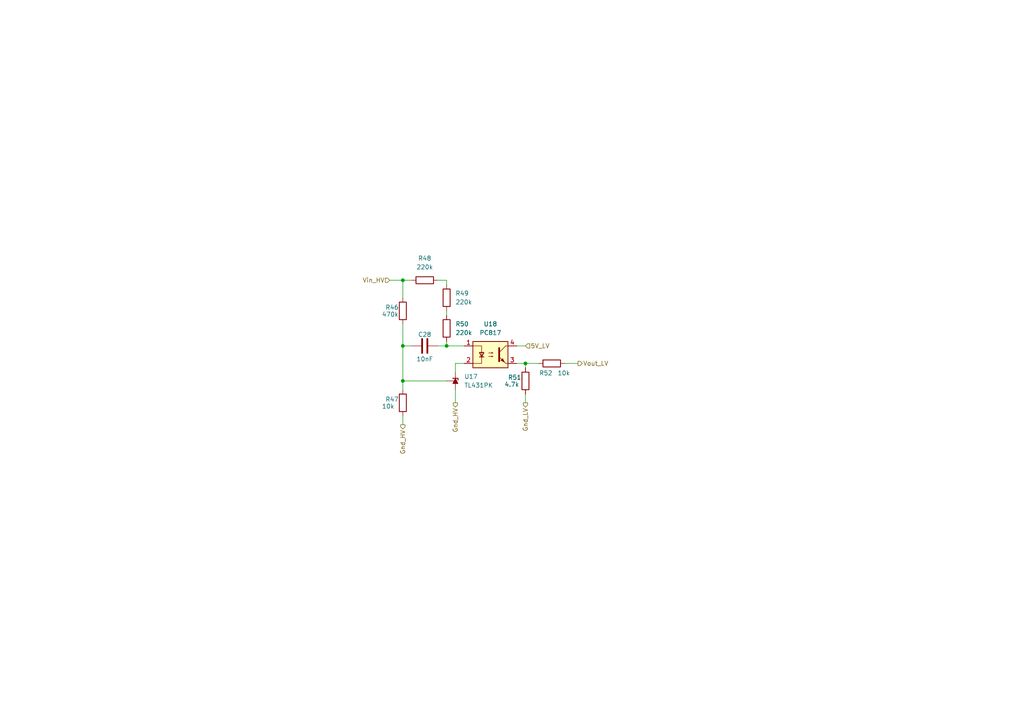
<source format=kicad_sch>
(kicad_sch
	(version 20250114)
	(generator "eeschema")
	(generator_version "9.0")
	(uuid "b872caaf-c7bd-4f46-ae73-4aede7a3767c")
	(paper "A4")
	(lib_symbols
		(symbol "Device:C"
			(pin_numbers
				(hide yes)
			)
			(pin_names
				(offset 0.254)
			)
			(exclude_from_sim no)
			(in_bom yes)
			(on_board yes)
			(property "Reference" "C"
				(at 0.635 2.54 0)
				(effects
					(font
						(size 1.27 1.27)
					)
					(justify left)
				)
			)
			(property "Value" "C"
				(at 0.635 -2.54 0)
				(effects
					(font
						(size 1.27 1.27)
					)
					(justify left)
				)
			)
			(property "Footprint" ""
				(at 0.9652 -3.81 0)
				(effects
					(font
						(size 1.27 1.27)
					)
					(hide yes)
				)
			)
			(property "Datasheet" "~"
				(at 0 0 0)
				(effects
					(font
						(size 1.27 1.27)
					)
					(hide yes)
				)
			)
			(property "Description" "Unpolarized capacitor"
				(at 0 0 0)
				(effects
					(font
						(size 1.27 1.27)
					)
					(hide yes)
				)
			)
			(property "ki_keywords" "cap capacitor"
				(at 0 0 0)
				(effects
					(font
						(size 1.27 1.27)
					)
					(hide yes)
				)
			)
			(property "ki_fp_filters" "C_*"
				(at 0 0 0)
				(effects
					(font
						(size 1.27 1.27)
					)
					(hide yes)
				)
			)
			(symbol "C_0_1"
				(polyline
					(pts
						(xy -2.032 0.762) (xy 2.032 0.762)
					)
					(stroke
						(width 0.508)
						(type default)
					)
					(fill
						(type none)
					)
				)
				(polyline
					(pts
						(xy -2.032 -0.762) (xy 2.032 -0.762)
					)
					(stroke
						(width 0.508)
						(type default)
					)
					(fill
						(type none)
					)
				)
			)
			(symbol "C_1_1"
				(pin passive line
					(at 0 3.81 270)
					(length 2.794)
					(name "~"
						(effects
							(font
								(size 1.27 1.27)
							)
						)
					)
					(number "1"
						(effects
							(font
								(size 1.27 1.27)
							)
						)
					)
				)
				(pin passive line
					(at 0 -3.81 90)
					(length 2.794)
					(name "~"
						(effects
							(font
								(size 1.27 1.27)
							)
						)
					)
					(number "2"
						(effects
							(font
								(size 1.27 1.27)
							)
						)
					)
				)
			)
			(embedded_fonts no)
		)
		(symbol "Device:R"
			(pin_numbers
				(hide yes)
			)
			(pin_names
				(offset 0)
			)
			(exclude_from_sim no)
			(in_bom yes)
			(on_board yes)
			(property "Reference" "R"
				(at 2.032 0 90)
				(effects
					(font
						(size 1.27 1.27)
					)
				)
			)
			(property "Value" "R"
				(at 0 0 90)
				(effects
					(font
						(size 1.27 1.27)
					)
				)
			)
			(property "Footprint" ""
				(at -1.778 0 90)
				(effects
					(font
						(size 1.27 1.27)
					)
					(hide yes)
				)
			)
			(property "Datasheet" "~"
				(at 0 0 0)
				(effects
					(font
						(size 1.27 1.27)
					)
					(hide yes)
				)
			)
			(property "Description" "Resistor"
				(at 0 0 0)
				(effects
					(font
						(size 1.27 1.27)
					)
					(hide yes)
				)
			)
			(property "ki_keywords" "R res resistor"
				(at 0 0 0)
				(effects
					(font
						(size 1.27 1.27)
					)
					(hide yes)
				)
			)
			(property "ki_fp_filters" "R_*"
				(at 0 0 0)
				(effects
					(font
						(size 1.27 1.27)
					)
					(hide yes)
				)
			)
			(symbol "R_0_1"
				(rectangle
					(start -1.016 -2.54)
					(end 1.016 2.54)
					(stroke
						(width 0.254)
						(type default)
					)
					(fill
						(type none)
					)
				)
			)
			(symbol "R_1_1"
				(pin passive line
					(at 0 3.81 270)
					(length 1.27)
					(name "~"
						(effects
							(font
								(size 1.27 1.27)
							)
						)
					)
					(number "1"
						(effects
							(font
								(size 1.27 1.27)
							)
						)
					)
				)
				(pin passive line
					(at 0 -3.81 90)
					(length 1.27)
					(name "~"
						(effects
							(font
								(size 1.27 1.27)
							)
						)
					)
					(number "2"
						(effects
							(font
								(size 1.27 1.27)
							)
						)
					)
				)
			)
			(embedded_fonts no)
		)
		(symbol "Isolator:PC817"
			(pin_names
				(offset 1.016)
			)
			(exclude_from_sim no)
			(in_bom yes)
			(on_board yes)
			(property "Reference" "U"
				(at -5.08 5.08 0)
				(effects
					(font
						(size 1.27 1.27)
					)
					(justify left)
				)
			)
			(property "Value" "PC817"
				(at 0 5.08 0)
				(effects
					(font
						(size 1.27 1.27)
					)
					(justify left)
				)
			)
			(property "Footprint" "Package_DIP:DIP-4_W7.62mm"
				(at -5.08 -5.08 0)
				(effects
					(font
						(size 1.27 1.27)
						(italic yes)
					)
					(justify left)
					(hide yes)
				)
			)
			(property "Datasheet" "http://www.soselectronic.cz/a_info/resource/d/pc817.pdf"
				(at 0 0 0)
				(effects
					(font
						(size 1.27 1.27)
					)
					(justify left)
					(hide yes)
				)
			)
			(property "Description" "DC Optocoupler, Vce 35V, CTR 50-300%, DIP-4"
				(at 0 0 0)
				(effects
					(font
						(size 1.27 1.27)
					)
					(hide yes)
				)
			)
			(property "ki_keywords" "NPN DC Optocoupler"
				(at 0 0 0)
				(effects
					(font
						(size 1.27 1.27)
					)
					(hide yes)
				)
			)
			(property "ki_fp_filters" "DIP*W7.62mm*"
				(at 0 0 0)
				(effects
					(font
						(size 1.27 1.27)
					)
					(hide yes)
				)
			)
			(symbol "PC817_0_1"
				(rectangle
					(start -5.08 3.81)
					(end 5.08 -3.81)
					(stroke
						(width 0.254)
						(type default)
					)
					(fill
						(type background)
					)
				)
				(polyline
					(pts
						(xy -5.08 2.54) (xy -2.54 2.54) (xy -2.54 -0.635)
					)
					(stroke
						(width 0)
						(type default)
					)
					(fill
						(type none)
					)
				)
				(polyline
					(pts
						(xy -3.175 -0.635) (xy -1.905 -0.635)
					)
					(stroke
						(width 0.254)
						(type default)
					)
					(fill
						(type none)
					)
				)
				(polyline
					(pts
						(xy -2.54 -0.635) (xy -2.54 -2.54) (xy -5.08 -2.54)
					)
					(stroke
						(width 0)
						(type default)
					)
					(fill
						(type none)
					)
				)
				(polyline
					(pts
						(xy -2.54 -0.635) (xy -3.175 0.635) (xy -1.905 0.635) (xy -2.54 -0.635)
					)
					(stroke
						(width 0.254)
						(type default)
					)
					(fill
						(type none)
					)
				)
				(polyline
					(pts
						(xy -0.508 0.508) (xy 0.762 0.508) (xy 0.381 0.381) (xy 0.381 0.635) (xy 0.762 0.508)
					)
					(stroke
						(width 0)
						(type default)
					)
					(fill
						(type none)
					)
				)
				(polyline
					(pts
						(xy -0.508 -0.508) (xy 0.762 -0.508) (xy 0.381 -0.635) (xy 0.381 -0.381) (xy 0.762 -0.508)
					)
					(stroke
						(width 0)
						(type default)
					)
					(fill
						(type none)
					)
				)
				(polyline
					(pts
						(xy 2.54 1.905) (xy 2.54 -1.905)
					)
					(stroke
						(width 0.508)
						(type default)
					)
					(fill
						(type none)
					)
				)
				(polyline
					(pts
						(xy 2.54 0.635) (xy 4.445 2.54)
					)
					(stroke
						(width 0)
						(type default)
					)
					(fill
						(type none)
					)
				)
				(polyline
					(pts
						(xy 3.048 -1.651) (xy 3.556 -1.143) (xy 4.064 -2.159) (xy 3.048 -1.651)
					)
					(stroke
						(width 0)
						(type default)
					)
					(fill
						(type outline)
					)
				)
				(polyline
					(pts
						(xy 4.445 2.54) (xy 5.08 2.54)
					)
					(stroke
						(width 0)
						(type default)
					)
					(fill
						(type none)
					)
				)
				(polyline
					(pts
						(xy 4.445 -2.54) (xy 2.54 -0.635)
					)
					(stroke
						(width 0)
						(type default)
					)
					(fill
						(type outline)
					)
				)
				(polyline
					(pts
						(xy 4.445 -2.54) (xy 5.08 -2.54)
					)
					(stroke
						(width 0)
						(type default)
					)
					(fill
						(type none)
					)
				)
			)
			(symbol "PC817_1_1"
				(pin passive line
					(at -7.62 2.54 0)
					(length 2.54)
					(name "~"
						(effects
							(font
								(size 1.27 1.27)
							)
						)
					)
					(number "1"
						(effects
							(font
								(size 1.27 1.27)
							)
						)
					)
				)
				(pin passive line
					(at -7.62 -2.54 0)
					(length 2.54)
					(name "~"
						(effects
							(font
								(size 1.27 1.27)
							)
						)
					)
					(number "2"
						(effects
							(font
								(size 1.27 1.27)
							)
						)
					)
				)
				(pin passive line
					(at 7.62 2.54 180)
					(length 2.54)
					(name "~"
						(effects
							(font
								(size 1.27 1.27)
							)
						)
					)
					(number "4"
						(effects
							(font
								(size 1.27 1.27)
							)
						)
					)
				)
				(pin passive line
					(at 7.62 -2.54 180)
					(length 2.54)
					(name "~"
						(effects
							(font
								(size 1.27 1.27)
							)
						)
					)
					(number "3"
						(effects
							(font
								(size 1.27 1.27)
							)
						)
					)
				)
			)
			(embedded_fonts no)
		)
		(symbol "Reference_Voltage:TL431PK"
			(pin_numbers
				(hide yes)
			)
			(pin_names
				(hide yes)
			)
			(exclude_from_sim no)
			(in_bom yes)
			(on_board yes)
			(property "Reference" "U"
				(at -2.54 2.54 0)
				(effects
					(font
						(size 1.27 1.27)
					)
				)
			)
			(property "Value" "TL431PK"
				(at 0 -2.54 0)
				(effects
					(font
						(size 1.27 1.27)
					)
				)
			)
			(property "Footprint" "Package_TO_SOT_SMD:SOT-89-3"
				(at 0 -4.318 0)
				(effects
					(font
						(size 1.27 1.27)
						(italic yes)
					)
					(hide yes)
				)
			)
			(property "Datasheet" "http://www.ti.com/lit/ds/symlink/tl431.pdf"
				(at 1.27 -7.874 0)
				(effects
					(font
						(size 1.27 1.27)
						(italic yes)
					)
					(hide yes)
				)
			)
			(property "Description" "Shunt Regulator, SOT-89"
				(at 0 -6.096 0)
				(effects
					(font
						(size 1.27 1.27)
					)
					(hide yes)
				)
			)
			(property "ki_keywords" "diode device shunt regulator"
				(at 0 0 0)
				(effects
					(font
						(size 1.27 1.27)
					)
					(hide yes)
				)
			)
			(property "ki_fp_filters" "SOT*89*"
				(at 0 0 0)
				(effects
					(font
						(size 1.27 1.27)
					)
					(hide yes)
				)
			)
			(symbol "TL431PK_0_1"
				(polyline
					(pts
						(xy -1.27 0) (xy 0 0) (xy 1.27 0)
					)
					(stroke
						(width 0)
						(type default)
					)
					(fill
						(type none)
					)
				)
				(polyline
					(pts
						(xy -0.762 -0.762) (xy -0.762 0.762) (xy 0.762 0) (xy -0.762 -0.762)
					)
					(stroke
						(width 0)
						(type default)
					)
					(fill
						(type outline)
					)
				)
				(polyline
					(pts
						(xy 0.254 -0.762) (xy 0.762 -0.762) (xy 0.762 0.762) (xy 0.762 0.762)
					)
					(stroke
						(width 0.254)
						(type default)
					)
					(fill
						(type none)
					)
				)
			)
			(symbol "TL431PK_1_1"
				(pin passive line
					(at -2.54 0 0)
					(length 1.27)
					(name "A"
						(effects
							(font
								(size 1.27 1.27)
							)
						)
					)
					(number "2"
						(effects
							(font
								(size 1.27 1.27)
							)
						)
					)
				)
				(pin passive line
					(at 0 2.54 270)
					(length 2.54)
					(name "REF"
						(effects
							(font
								(size 1.27 1.27)
							)
						)
					)
					(number "1"
						(effects
							(font
								(size 1.27 1.27)
							)
						)
					)
				)
				(pin passive line
					(at 2.54 0 180)
					(length 1.27)
					(name "K"
						(effects
							(font
								(size 1.27 1.27)
							)
						)
					)
					(number "3"
						(effects
							(font
								(size 1.27 1.27)
							)
						)
					)
				)
			)
			(embedded_fonts no)
		)
	)
	(junction
		(at 116.84 110.49)
		(diameter 0)
		(color 0 0 0 0)
		(uuid "3f28cd4c-0011-4b9b-a566-1c0c47c3ea1f")
	)
	(junction
		(at 116.84 100.33)
		(diameter 0)
		(color 0 0 0 0)
		(uuid "6e052579-3b97-4b77-9f3f-dca0c382a6ad")
	)
	(junction
		(at 152.4 105.41)
		(diameter 0)
		(color 0 0 0 0)
		(uuid "7657fbd3-b52a-400e-8278-384a03306fe1")
	)
	(junction
		(at 116.84 81.28)
		(diameter 0)
		(color 0 0 0 0)
		(uuid "9543de8d-8289-4a9a-b5f0-91a6644b6564")
	)
	(junction
		(at 129.54 100.33)
		(diameter 0)
		(color 0 0 0 0)
		(uuid "cf472d4c-0dba-4f5d-ad26-f3bef174066a")
	)
	(wire
		(pts
			(xy 116.84 120.65) (xy 116.84 123.19)
		)
		(stroke
			(width 0)
			(type default)
		)
		(uuid "075e33f7-de5e-44b2-a3aa-ae73d6f4205b")
	)
	(wire
		(pts
			(xy 132.08 113.03) (xy 132.08 116.84)
		)
		(stroke
			(width 0)
			(type default)
		)
		(uuid "234fd7c6-89eb-4a00-a356-f142bc796388")
	)
	(wire
		(pts
			(xy 149.86 105.41) (xy 152.4 105.41)
		)
		(stroke
			(width 0)
			(type default)
		)
		(uuid "273861bf-d6a2-4889-a7a4-cab612b0823c")
	)
	(wire
		(pts
			(xy 127 81.28) (xy 129.54 81.28)
		)
		(stroke
			(width 0)
			(type default)
		)
		(uuid "2d584a60-c68d-40ff-ac39-4429c5756f03")
	)
	(wire
		(pts
			(xy 116.84 100.33) (xy 119.38 100.33)
		)
		(stroke
			(width 0)
			(type default)
		)
		(uuid "330b15e3-97a9-4351-8207-433eb57b32d8")
	)
	(wire
		(pts
			(xy 116.84 81.28) (xy 119.38 81.28)
		)
		(stroke
			(width 0)
			(type default)
		)
		(uuid "3839ee7d-3b69-4e2d-a274-090a0b7e7401")
	)
	(wire
		(pts
			(xy 134.62 105.41) (xy 132.08 105.41)
		)
		(stroke
			(width 0)
			(type default)
		)
		(uuid "46aa721d-40b1-4e69-ba29-0bfd2a7e9d1e")
	)
	(wire
		(pts
			(xy 129.54 90.17) (xy 129.54 91.44)
		)
		(stroke
			(width 0)
			(type default)
		)
		(uuid "484b1feb-63e9-4513-bd62-78c045797a37")
	)
	(wire
		(pts
			(xy 116.84 100.33) (xy 116.84 110.49)
		)
		(stroke
			(width 0)
			(type default)
		)
		(uuid "4ce9910b-7195-4521-b821-f60c47408863")
	)
	(wire
		(pts
			(xy 127 100.33) (xy 129.54 100.33)
		)
		(stroke
			(width 0)
			(type default)
		)
		(uuid "6716bfa0-700c-47e3-9a27-73d89fd20580")
	)
	(wire
		(pts
			(xy 116.84 110.49) (xy 116.84 113.03)
		)
		(stroke
			(width 0)
			(type default)
		)
		(uuid "6fa50a75-def0-4cfa-a020-6f64f06111a1")
	)
	(wire
		(pts
			(xy 116.84 81.28) (xy 116.84 86.36)
		)
		(stroke
			(width 0)
			(type default)
		)
		(uuid "98d2ceb2-9429-4956-b715-9bf20b071e7d")
	)
	(wire
		(pts
			(xy 116.84 110.49) (xy 129.54 110.49)
		)
		(stroke
			(width 0)
			(type default)
		)
		(uuid "992d29b3-a7c7-42b2-b25e-1418de765f2e")
	)
	(wire
		(pts
			(xy 129.54 81.28) (xy 129.54 82.55)
		)
		(stroke
			(width 0)
			(type default)
		)
		(uuid "9e3216fd-bdb5-401e-b89d-1f025270b654")
	)
	(wire
		(pts
			(xy 129.54 100.33) (xy 134.62 100.33)
		)
		(stroke
			(width 0)
			(type default)
		)
		(uuid "a19e08ca-ba1d-4866-b5fb-1931b1ebf246")
	)
	(wire
		(pts
			(xy 116.84 93.98) (xy 116.84 100.33)
		)
		(stroke
			(width 0)
			(type default)
		)
		(uuid "aa46fc54-3e18-42bb-8b1b-a120ce3612a0")
	)
	(wire
		(pts
			(xy 152.4 114.3) (xy 152.4 116.84)
		)
		(stroke
			(width 0)
			(type default)
		)
		(uuid "b2d00060-030c-4f92-822a-3be6420e226d")
	)
	(wire
		(pts
			(xy 113.03 81.28) (xy 116.84 81.28)
		)
		(stroke
			(width 0)
			(type default)
		)
		(uuid "b9de803d-f0dd-4e78-afc1-419052ce8bb3")
	)
	(wire
		(pts
			(xy 132.08 105.41) (xy 132.08 107.95)
		)
		(stroke
			(width 0)
			(type default)
		)
		(uuid "cd059564-8217-4c4a-8cd6-2ff6d73c0c05")
	)
	(wire
		(pts
			(xy 129.54 99.06) (xy 129.54 100.33)
		)
		(stroke
			(width 0)
			(type default)
		)
		(uuid "d7121a3e-6cff-4e3e-9dcc-442e29b44915")
	)
	(wire
		(pts
			(xy 149.86 100.33) (xy 152.4 100.33)
		)
		(stroke
			(width 0)
			(type default)
		)
		(uuid "e113450e-8d8c-4b02-81b8-4d7fd739f9f4")
	)
	(wire
		(pts
			(xy 152.4 105.41) (xy 156.21 105.41)
		)
		(stroke
			(width 0)
			(type default)
		)
		(uuid "e8a86c3c-5311-4188-b0d2-6c435dd59dfc")
	)
	(wire
		(pts
			(xy 152.4 105.41) (xy 152.4 106.68)
		)
		(stroke
			(width 0)
			(type default)
		)
		(uuid "f4208dd6-37bf-4d39-ac07-fd3adba09f23")
	)
	(wire
		(pts
			(xy 163.83 105.41) (xy 167.64 105.41)
		)
		(stroke
			(width 0)
			(type default)
		)
		(uuid "fd9acebd-7b44-42ff-a7da-6eeaf199f657")
	)
	(hierarchical_label "Gnd_HV"
		(shape output)
		(at 116.84 123.19 270)
		(effects
			(font
				(size 1.27 1.27)
			)
			(justify right)
		)
		(uuid "592ead58-c492-4df1-ab3a-65c36151a261")
	)
	(hierarchical_label "Vin_HV"
		(shape input)
		(at 113.03 81.28 180)
		(effects
			(font
				(size 1.27 1.27)
			)
			(justify right)
		)
		(uuid "59b33ead-3ef4-4431-9725-d25ee4fd5476")
	)
	(hierarchical_label "5V_LV"
		(shape input)
		(at 152.4 100.33 0)
		(effects
			(font
				(size 1.27 1.27)
			)
			(justify left)
		)
		(uuid "8114a920-c424-406a-842e-202d339a867c")
	)
	(hierarchical_label "Gnd_LV"
		(shape output)
		(at 152.4 116.84 270)
		(effects
			(font
				(size 1.27 1.27)
			)
			(justify right)
		)
		(uuid "92790d58-31e8-4050-9476-16d975d769a2")
	)
	(hierarchical_label "Vout_LV"
		(shape output)
		(at 167.64 105.41 0)
		(effects
			(font
				(size 1.27 1.27)
			)
			(justify left)
		)
		(uuid "c664fe01-a278-4cc9-af06-f1e68ee5cb24")
	)
	(hierarchical_label "Gnd_HV"
		(shape output)
		(at 132.08 116.84 270)
		(effects
			(font
				(size 1.27 1.27)
			)
			(justify right)
		)
		(uuid "f213be8e-975c-4427-8dfe-cf21b23e6382")
	)
	(symbol
		(lib_id "Isolator:PC817")
		(at 142.24 102.87 0)
		(unit 1)
		(exclude_from_sim no)
		(in_bom yes)
		(on_board yes)
		(dnp no)
		(fields_autoplaced yes)
		(uuid "0ab363b0-0e98-4834-b571-cf60e3e30996")
		(property "Reference" "U18"
			(at 142.24 93.98 0)
			(effects
				(font
					(size 1.27 1.27)
				)
			)
		)
		(property "Value" "PC817"
			(at 142.24 96.52 0)
			(effects
				(font
					(size 1.27 1.27)
				)
			)
		)
		(property "Footprint" "Package_DIP:DIP-4_W7.62mm_SMDSocket_SmallPads"
			(at 137.16 107.95 0)
			(effects
				(font
					(size 1.27 1.27)
					(italic yes)
				)
				(justify left)
				(hide yes)
			)
		)
		(property "Datasheet" "http://www.soselectronic.cz/a_info/resource/d/pc817.pdf"
			(at 142.24 102.87 0)
			(effects
				(font
					(size 1.27 1.27)
				)
				(justify left)
				(hide yes)
			)
		)
		(property "Description" "DC Optocoupler, Vce 35V, CTR 50-300%, DIP-4"
			(at 142.24 102.87 0)
			(effects
				(font
					(size 1.27 1.27)
				)
				(hide yes)
			)
		)
		(pin "1"
			(uuid "612f3e7a-2792-422b-94b9-6ba56253bd90")
		)
		(pin "2"
			(uuid "7366a88d-0204-4d0a-b496-98ce038aab42")
		)
		(pin "4"
			(uuid "14cf6cdc-14c4-4686-84b7-642dbb9c188f")
		)
		(pin "3"
			(uuid "25cd7051-0873-4009-b882-31dd1f532353")
		)
		(instances
			(project ""
				(path "/e60c11d9-ab9e-4760-a4a7-008fcec65a72/c6551446-5e26-4d9a-a5bc-1c867d865e21/0a448165-ee74-4b91-8dde-4d35bebf2843"
					(reference "U18")
					(unit 1)
				)
				(path "/e60c11d9-ab9e-4760-a4a7-008fcec65a72/c6551446-5e26-4d9a-a5bc-1c867d865e21/6ade7ab7-6233-4c60-8ab6-50f492d9a784"
					(reference "U21")
					(unit 1)
				)
			)
		)
	)
	(symbol
		(lib_id "Device:C")
		(at 123.19 100.33 90)
		(unit 1)
		(exclude_from_sim no)
		(in_bom yes)
		(on_board yes)
		(dnp no)
		(uuid "0d19ad97-4e26-4d7a-9c92-ba4eee8b34af")
		(property "Reference" "C28"
			(at 123.19 97.028 90)
			(effects
				(font
					(size 1.27 1.27)
				)
			)
		)
		(property "Value" "10nF"
			(at 123.19 104.14 90)
			(effects
				(font
					(size 1.27 1.27)
				)
			)
		)
		(property "Footprint" "Capacitor_SMD:C_0603_1608Metric_Pad1.08x0.95mm_HandSolder"
			(at 127 99.3648 0)
			(effects
				(font
					(size 1.27 1.27)
				)
				(hide yes)
			)
		)
		(property "Datasheet" "~"
			(at 123.19 100.33 0)
			(effects
				(font
					(size 1.27 1.27)
				)
				(hide yes)
			)
		)
		(property "Description" "Unpolarized capacitor"
			(at 123.19 100.33 0)
			(effects
				(font
					(size 1.27 1.27)
				)
				(hide yes)
			)
		)
		(pin "1"
			(uuid "a11a37c1-fbf9-4853-a0d2-37c019f463be")
		)
		(pin "2"
			(uuid "8b9aa794-bfb0-4086-ac1a-86a13a79cfb2")
		)
		(instances
			(project "VFD_V1"
				(path "/e60c11d9-ab9e-4760-a4a7-008fcec65a72/c6551446-5e26-4d9a-a5bc-1c867d865e21/0a448165-ee74-4b91-8dde-4d35bebf2843"
					(reference "C28")
					(unit 1)
				)
				(path "/e60c11d9-ab9e-4760-a4a7-008fcec65a72/c6551446-5e26-4d9a-a5bc-1c867d865e21/6ade7ab7-6233-4c60-8ab6-50f492d9a784"
					(reference "C29")
					(unit 1)
				)
			)
		)
	)
	(symbol
		(lib_id "Device:R")
		(at 123.19 81.28 270)
		(unit 1)
		(exclude_from_sim no)
		(in_bom yes)
		(on_board yes)
		(dnp no)
		(fields_autoplaced yes)
		(uuid "13ee4c8a-6fd2-431d-a236-7442f6868874")
		(property "Reference" "R48"
			(at 123.19 74.93 90)
			(effects
				(font
					(size 1.27 1.27)
				)
			)
		)
		(property "Value" "220k"
			(at 123.19 77.47 90)
			(effects
				(font
					(size 1.27 1.27)
				)
			)
		)
		(property "Footprint" "Resistor_SMD:R_0603_1608Metric_Pad0.98x0.95mm_HandSolder"
			(at 123.19 79.502 90)
			(effects
				(font
					(size 1.27 1.27)
				)
				(hide yes)
			)
		)
		(property "Datasheet" "~"
			(at 123.19 81.28 0)
			(effects
				(font
					(size 1.27 1.27)
				)
				(hide yes)
			)
		)
		(property "Description" "Resistor"
			(at 123.19 81.28 0)
			(effects
				(font
					(size 1.27 1.27)
				)
				(hide yes)
			)
		)
		(pin "1"
			(uuid "70b5d725-642a-4b31-b9b4-c1e980f762fe")
		)
		(pin "2"
			(uuid "b19e9a6b-5745-44c1-9768-6686d002a0ba")
		)
		(instances
			(project "VFD_V1"
				(path "/e60c11d9-ab9e-4760-a4a7-008fcec65a72/c6551446-5e26-4d9a-a5bc-1c867d865e21/0a448165-ee74-4b91-8dde-4d35bebf2843"
					(reference "R48")
					(unit 1)
				)
				(path "/e60c11d9-ab9e-4760-a4a7-008fcec65a72/c6551446-5e26-4d9a-a5bc-1c867d865e21/6ade7ab7-6233-4c60-8ab6-50f492d9a784"
					(reference "R57")
					(unit 1)
				)
			)
		)
	)
	(symbol
		(lib_id "Device:R")
		(at 129.54 95.25 180)
		(unit 1)
		(exclude_from_sim no)
		(in_bom yes)
		(on_board yes)
		(dnp no)
		(fields_autoplaced yes)
		(uuid "51e494f2-da7e-4962-b549-142617a6142f")
		(property "Reference" "R50"
			(at 132.08 93.9799 0)
			(effects
				(font
					(size 1.27 1.27)
				)
				(justify right)
			)
		)
		(property "Value" "220k"
			(at 132.08 96.5199 0)
			(effects
				(font
					(size 1.27 1.27)
				)
				(justify right)
			)
		)
		(property "Footprint" "Resistor_SMD:R_0603_1608Metric_Pad0.98x0.95mm_HandSolder"
			(at 131.318 95.25 90)
			(effects
				(font
					(size 1.27 1.27)
				)
				(hide yes)
			)
		)
		(property "Datasheet" "~"
			(at 129.54 95.25 0)
			(effects
				(font
					(size 1.27 1.27)
				)
				(hide yes)
			)
		)
		(property "Description" "Resistor"
			(at 129.54 95.25 0)
			(effects
				(font
					(size 1.27 1.27)
				)
				(hide yes)
			)
		)
		(pin "1"
			(uuid "0d90c1a8-0083-48ac-b7dc-fe5be1d0ffc1")
		)
		(pin "2"
			(uuid "bdb87e37-8cd6-48bb-b6de-97da736deccf")
		)
		(instances
			(project "VFD_V1"
				(path "/e60c11d9-ab9e-4760-a4a7-008fcec65a72/c6551446-5e26-4d9a-a5bc-1c867d865e21/0a448165-ee74-4b91-8dde-4d35bebf2843"
					(reference "R50")
					(unit 1)
				)
				(path "/e60c11d9-ab9e-4760-a4a7-008fcec65a72/c6551446-5e26-4d9a-a5bc-1c867d865e21/6ade7ab7-6233-4c60-8ab6-50f492d9a784"
					(reference "R59")
					(unit 1)
				)
			)
		)
	)
	(symbol
		(lib_id "Device:R")
		(at 160.02 105.41 90)
		(unit 1)
		(exclude_from_sim no)
		(in_bom yes)
		(on_board yes)
		(dnp no)
		(uuid "731cf044-ec20-4ddb-81e4-fc3169959e4c")
		(property "Reference" "R52"
			(at 160.274 108.204 90)
			(effects
				(font
					(size 1.27 1.27)
				)
				(justify left)
			)
		)
		(property "Value" "10k"
			(at 165.354 108.204 90)
			(effects
				(font
					(size 1.27 1.27)
				)
				(justify left)
			)
		)
		(property "Footprint" "Resistor_SMD:R_0603_1608Metric_Pad0.98x0.95mm_HandSolder"
			(at 160.02 107.188 90)
			(effects
				(font
					(size 1.27 1.27)
				)
				(hide yes)
			)
		)
		(property "Datasheet" "~"
			(at 160.02 105.41 0)
			(effects
				(font
					(size 1.27 1.27)
				)
				(hide yes)
			)
		)
		(property "Description" "Resistor"
			(at 160.02 105.41 0)
			(effects
				(font
					(size 1.27 1.27)
				)
				(hide yes)
			)
		)
		(pin "1"
			(uuid "25a6bc2d-da60-4032-a167-9d2fc17fd820")
		)
		(pin "2"
			(uuid "e934aca3-32aa-43d0-b441-7f16e2778406")
		)
		(instances
			(project "VFD_V1"
				(path "/e60c11d9-ab9e-4760-a4a7-008fcec65a72/c6551446-5e26-4d9a-a5bc-1c867d865e21/0a448165-ee74-4b91-8dde-4d35bebf2843"
					(reference "R52")
					(unit 1)
				)
				(path "/e60c11d9-ab9e-4760-a4a7-008fcec65a72/c6551446-5e26-4d9a-a5bc-1c867d865e21/6ade7ab7-6233-4c60-8ab6-50f492d9a784"
					(reference "R61")
					(unit 1)
				)
			)
		)
	)
	(symbol
		(lib_id "Device:R")
		(at 116.84 90.17 0)
		(unit 1)
		(exclude_from_sim no)
		(in_bom yes)
		(on_board yes)
		(dnp no)
		(uuid "979fcbea-3d21-4490-9c2d-57ae64ff4dce")
		(property "Reference" "R46"
			(at 111.76 89.154 0)
			(effects
				(font
					(size 1.27 1.27)
				)
				(justify left)
			)
		)
		(property "Value" "470k"
			(at 110.744 91.186 0)
			(effects
				(font
					(size 1.27 1.27)
				)
				(justify left)
			)
		)
		(property "Footprint" "Resistor_SMD:R_0603_1608Metric_Pad0.98x0.95mm_HandSolder"
			(at 115.062 90.17 90)
			(effects
				(font
					(size 1.27 1.27)
				)
				(hide yes)
			)
		)
		(property "Datasheet" "~"
			(at 116.84 90.17 0)
			(effects
				(font
					(size 1.27 1.27)
				)
				(hide yes)
			)
		)
		(property "Description" "Resistor"
			(at 116.84 90.17 0)
			(effects
				(font
					(size 1.27 1.27)
				)
				(hide yes)
			)
		)
		(pin "1"
			(uuid "d3024ecb-4400-4864-9352-52ad67cdf7cb")
		)
		(pin "2"
			(uuid "de9b2bc1-c046-4c41-b122-d17eacb52b92")
		)
		(instances
			(project "VFD_V1"
				(path "/e60c11d9-ab9e-4760-a4a7-008fcec65a72/c6551446-5e26-4d9a-a5bc-1c867d865e21/0a448165-ee74-4b91-8dde-4d35bebf2843"
					(reference "R46")
					(unit 1)
				)
				(path "/e60c11d9-ab9e-4760-a4a7-008fcec65a72/c6551446-5e26-4d9a-a5bc-1c867d865e21/6ade7ab7-6233-4c60-8ab6-50f492d9a784"
					(reference "R55")
					(unit 1)
				)
			)
		)
	)
	(symbol
		(lib_id "Device:R")
		(at 152.4 110.49 0)
		(unit 1)
		(exclude_from_sim no)
		(in_bom yes)
		(on_board yes)
		(dnp no)
		(uuid "f4988562-471d-41ed-be78-44ea5c08ea78")
		(property "Reference" "R51"
			(at 147.32 109.474 0)
			(effects
				(font
					(size 1.27 1.27)
				)
				(justify left)
			)
		)
		(property "Value" "4.7k"
			(at 146.304 111.506 0)
			(effects
				(font
					(size 1.27 1.27)
				)
				(justify left)
			)
		)
		(property "Footprint" "Resistor_SMD:R_0603_1608Metric_Pad0.98x0.95mm_HandSolder"
			(at 150.622 110.49 90)
			(effects
				(font
					(size 1.27 1.27)
				)
				(hide yes)
			)
		)
		(property "Datasheet" "~"
			(at 152.4 110.49 0)
			(effects
				(font
					(size 1.27 1.27)
				)
				(hide yes)
			)
		)
		(property "Description" "Resistor"
			(at 152.4 110.49 0)
			(effects
				(font
					(size 1.27 1.27)
				)
				(hide yes)
			)
		)
		(pin "1"
			(uuid "d2eb7a31-d994-47e6-a538-c05c932a0903")
		)
		(pin "2"
			(uuid "8a24c39d-1bbb-4b7d-9ac9-3f777f9f501b")
		)
		(instances
			(project "VFD_V1"
				(path "/e60c11d9-ab9e-4760-a4a7-008fcec65a72/c6551446-5e26-4d9a-a5bc-1c867d865e21/0a448165-ee74-4b91-8dde-4d35bebf2843"
					(reference "R51")
					(unit 1)
				)
				(path "/e60c11d9-ab9e-4760-a4a7-008fcec65a72/c6551446-5e26-4d9a-a5bc-1c867d865e21/6ade7ab7-6233-4c60-8ab6-50f492d9a784"
					(reference "R60")
					(unit 1)
				)
			)
		)
	)
	(symbol
		(lib_id "Device:R")
		(at 116.84 116.84 0)
		(unit 1)
		(exclude_from_sim no)
		(in_bom yes)
		(on_board yes)
		(dnp no)
		(uuid "f6132bba-29dd-413b-bd39-4a15bb15f14a")
		(property "Reference" "R47"
			(at 111.76 115.824 0)
			(effects
				(font
					(size 1.27 1.27)
				)
				(justify left)
			)
		)
		(property "Value" "10k"
			(at 110.744 117.856 0)
			(effects
				(font
					(size 1.27 1.27)
				)
				(justify left)
			)
		)
		(property "Footprint" "Resistor_SMD:R_0603_1608Metric_Pad0.98x0.95mm_HandSolder"
			(at 115.062 116.84 90)
			(effects
				(font
					(size 1.27 1.27)
				)
				(hide yes)
			)
		)
		(property "Datasheet" "~"
			(at 116.84 116.84 0)
			(effects
				(font
					(size 1.27 1.27)
				)
				(hide yes)
			)
		)
		(property "Description" "Resistor"
			(at 116.84 116.84 0)
			(effects
				(font
					(size 1.27 1.27)
				)
				(hide yes)
			)
		)
		(pin "1"
			(uuid "3318c4d1-49ca-4488-af49-5d76c2cfa526")
		)
		(pin "2"
			(uuid "e60b94b1-04cc-4e9a-904c-e0d585cb316e")
		)
		(instances
			(project "VFD_V1"
				(path "/e60c11d9-ab9e-4760-a4a7-008fcec65a72/c6551446-5e26-4d9a-a5bc-1c867d865e21/0a448165-ee74-4b91-8dde-4d35bebf2843"
					(reference "R47")
					(unit 1)
				)
				(path "/e60c11d9-ab9e-4760-a4a7-008fcec65a72/c6551446-5e26-4d9a-a5bc-1c867d865e21/6ade7ab7-6233-4c60-8ab6-50f492d9a784"
					(reference "R56")
					(unit 1)
				)
			)
		)
	)
	(symbol
		(lib_id "Reference_Voltage:TL431PK")
		(at 132.08 110.49 90)
		(unit 1)
		(exclude_from_sim no)
		(in_bom yes)
		(on_board yes)
		(dnp no)
		(fields_autoplaced yes)
		(uuid "fa59218d-6cdb-440f-8b51-cbc834172309")
		(property "Reference" "U17"
			(at 134.62 109.2199 90)
			(effects
				(font
					(size 1.27 1.27)
				)
				(justify right)
			)
		)
		(property "Value" "TL431PK"
			(at 134.62 111.7599 90)
			(effects
				(font
					(size 1.27 1.27)
				)
				(justify right)
			)
		)
		(property "Footprint" "Package_TO_SOT_SMD:SOT-89-3_Handsoldering"
			(at 136.398 110.49 0)
			(effects
				(font
					(size 1.27 1.27)
					(italic yes)
				)
				(hide yes)
			)
		)
		(property "Datasheet" "http://www.ti.com/lit/ds/symlink/tl431.pdf"
			(at 139.954 109.22 0)
			(effects
				(font
					(size 1.27 1.27)
					(italic yes)
				)
				(hide yes)
			)
		)
		(property "Description" "Shunt Regulator, SOT-89"
			(at 138.176 110.49 0)
			(effects
				(font
					(size 1.27 1.27)
				)
				(hide yes)
			)
		)
		(pin "3"
			(uuid "c0374881-404a-4363-b0b4-f070477846e9")
		)
		(pin "2"
			(uuid "0ae83b0a-dfce-4a18-a194-37dc6131ef23")
		)
		(pin "1"
			(uuid "07b0789b-5ab7-49e8-9e8e-adbd662e59ca")
		)
		(instances
			(project ""
				(path "/e60c11d9-ab9e-4760-a4a7-008fcec65a72/c6551446-5e26-4d9a-a5bc-1c867d865e21/0a448165-ee74-4b91-8dde-4d35bebf2843"
					(reference "U17")
					(unit 1)
				)
				(path "/e60c11d9-ab9e-4760-a4a7-008fcec65a72/c6551446-5e26-4d9a-a5bc-1c867d865e21/6ade7ab7-6233-4c60-8ab6-50f492d9a784"
					(reference "U20")
					(unit 1)
				)
			)
		)
	)
	(symbol
		(lib_id "Device:R")
		(at 129.54 86.36 180)
		(unit 1)
		(exclude_from_sim no)
		(in_bom yes)
		(on_board yes)
		(dnp no)
		(fields_autoplaced yes)
		(uuid "ff715b1b-6e2f-4932-80ef-70b0b0b8ef64")
		(property "Reference" "R49"
			(at 132.08 85.0899 0)
			(effects
				(font
					(size 1.27 1.27)
				)
				(justify right)
			)
		)
		(property "Value" "220k"
			(at 132.08 87.6299 0)
			(effects
				(font
					(size 1.27 1.27)
				)
				(justify right)
			)
		)
		(property "Footprint" "Resistor_SMD:R_0603_1608Metric_Pad0.98x0.95mm_HandSolder"
			(at 131.318 86.36 90)
			(effects
				(font
					(size 1.27 1.27)
				)
				(hide yes)
			)
		)
		(property "Datasheet" "~"
			(at 129.54 86.36 0)
			(effects
				(font
					(size 1.27 1.27)
				)
				(hide yes)
			)
		)
		(property "Description" "Resistor"
			(at 129.54 86.36 0)
			(effects
				(font
					(size 1.27 1.27)
				)
				(hide yes)
			)
		)
		(pin "1"
			(uuid "cf4bab34-b7f2-4d0c-91a6-d5403d6a64e5")
		)
		(pin "2"
			(uuid "d4cc6f4f-3b37-446b-8999-87477619d785")
		)
		(instances
			(project "VFD_V1"
				(path "/e60c11d9-ab9e-4760-a4a7-008fcec65a72/c6551446-5e26-4d9a-a5bc-1c867d865e21/0a448165-ee74-4b91-8dde-4d35bebf2843"
					(reference "R49")
					(unit 1)
				)
				(path "/e60c11d9-ab9e-4760-a4a7-008fcec65a72/c6551446-5e26-4d9a-a5bc-1c867d865e21/6ade7ab7-6233-4c60-8ab6-50f492d9a784"
					(reference "R58")
					(unit 1)
				)
			)
		)
	)
)

</source>
